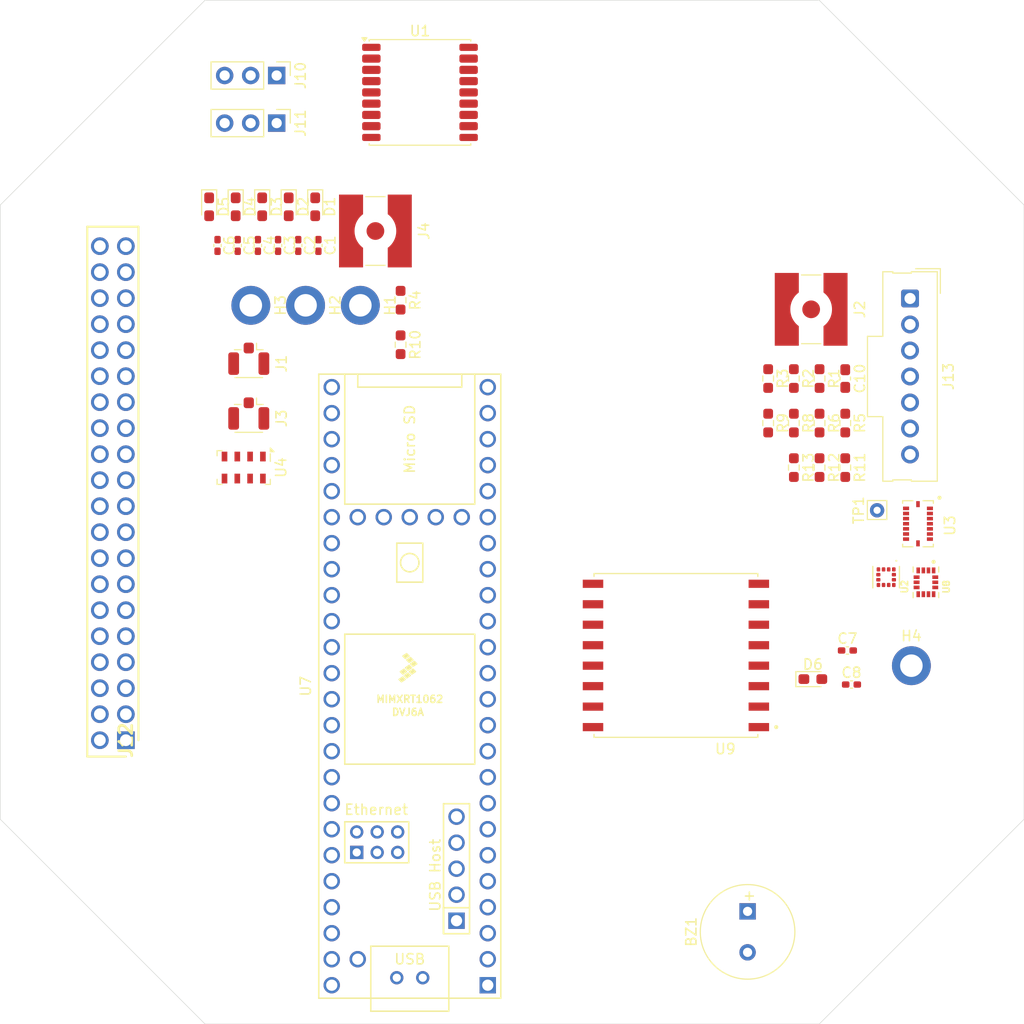
<source format=kicad_pcb>
(kicad_pcb (version 20240108) (generator "pcbnew") (generator_version "8.0")
  (layers (0 "F.Cu" signal) (31 "B.Cu" signal) (34 "B.Paste" user) (35 "F.Paste" user) (36 "B.SilkS" user "B.Silkscreen") (37 "F.SilkS" user "F.Silkscreen") (38 "B.Mask" user) (39 "F.Mask" user) (44 "Edge.Cuts" user))
  (net 0 "")
  (net 1 "/buzz_pwm")
  (net 2 "GND")
  (net 3 "/teensy_3.3v")
  (net 4 "Net-(U2-C1)")
  (net 5 "/ldo_5v")
  (net 6 "Net-(D1-A)")
  (net 7 "Net-(D2-A)")
  (net 8 "Net-(D3-A)")
  (net 9 "/LED2")
  (net 10 "/FREE12")
  (net 11 "/SENSE_miso")
  (net 12 "/FREE1")
  (net 13 "/radio_sck")
  (net 14 "/radio_dio2")
  (net 15 "/imu_accel_int1")
  (net 16 "/LED3")
  (net 17 "/radio_miso")
  (net 18 "/FREE5")
  (net 19 "/FREE11")
  (net 20 "/radio_cs")
  (net 21 "/FREE2")
  (net 22 "/SENSE_mosi")
  (net 23 "/radio_dio5")
  (net 24 "/radio_reset")
  (net 25 "/radio_mosi")
  (net 26 "/baro_cs")
  (net 27 "/LED1")
  (net 28 "/imu_gyro_int1")
  (net 29 "/radio_dio1")
  (net 30 "/radio_dio0")
  (net 31 "/servo1_pwm")
  (net 32 "/FREE6")
  (net 33 "/FREE8")
  (net 34 "/GPS_sda")
  (net 35 "/imu_gyro_cs")
  (net 36 "/PYRO1")
  (net 37 "/GPS_scl")
  (net 38 "/FREE10")
  (net 39 "/mag_cs")
  (net 40 "/SENSE_sck")
  (net 41 "/GPS_reset")
  (net 42 "/radio_dio3")
  (net 43 "/PYRO2")
  (net 44 "/radio_dio4")
  (net 45 "/FREE9")
  (net 46 "/GPS_int")
  (net 47 "/FREE7")
  (net 48 "/servo2_pwm")
  (net 49 "/imu_accel_cs")
  (net 50 "/teensy_onoff")
  (net 67 "Net-(U8-VDDIO)")
  (net 71 "Net-(J1-In)")
  (net 72 "Net-(J3-In)")
  (net 119 "Net-(U8-VDD)")
  (net 120 "Net-(D4-A)")
  (net 121 "Net-(D5-A)")
  (net 123 "Net-(D6-A)")
  (net 125 "/sd_miso")
  (net 126 "/sd_sck")
  (net 127 "/sd_mosi")
  (net 128 "/sd_cs")
  (net 129 "/LED4")
  (net 130 "/LED5")
  (net 131 "/LED6")
  (net 132 "Net-(U7-VUSB)")
  (net 133 "/5V")
  (net 151 "/lsmimu_int")
  (net 152 "/lsmimu_cs")
  (footprint "LED_SMD:LED_0603_1608Metric_Pad1.05x0.95mm_HandSolder" (layer "F.Cu") (at 122.995 80.175 -90)
    (property "Reference" "D4" (at 0 -1.43 90) (layer "F.SilkS"))
    (property "Value" "LED")
    (pad "1" smd roundrect (at -0.875 0 270) (size 1.05 0.95) (layers "F.Cu" "F.Paste" "F.Mask") (net 2 "GND"))
    (pad "2" smd roundrect (at 0.875 0 270) (size 1.05 0.95) (layers "F.Cu" "F.Paste" "F.Mask") (net 120 "Net-(D4-A)"))
  )
  (footprint "Capacitor_SMD:C_0402_1005Metric_Pad0.74x0.62mm_HandSolder" (layer "F.Cu") (at 121.225 83.95 -90)
    (property "Reference" "C6" (at 0 -1.16 90) (layer "F.SilkS"))
    (property "Value" "10uF")
    (pad "1" smd roundrect (at -0.5675 0 270) (size 0.735 0.62) (layers "F.Cu" "F.Paste" "F.Mask") (net 3 "/teensy_3.3v"))
    (pad "2" smd roundrect (at 0.5675 0 270) (size 0.735 0.62) (layers "F.Cu" "F.Paste" "F.Mask") (net 2 "GND"))
  )
  (footprint "Connector_Coaxial:U.FL_Hirose_U.FL-R-SMT-1_Vertical" (layer "F.Cu") (at 124.275 95.02 -90)
    (property "Reference" "J1" (at 0.475 -3.2 90) (layer "F.SilkS"))
    (property "Value" "Conn_Coaxial")
    (pad "1" smd roundrect (at -1.05 0 270) (size 1.05 1) (layers "F.Cu" "F.Paste" "F.Mask") (net 71 "Net-(J1-In)"))
    (pad "2" smd roundrect (at 0.475 -1.475 270) (size 2.2 1.05) (layers "F.Cu" "F.Paste" "F.Mask") (roundrect_rratio 0.2380952381) (net 2 "GND"))
    (pad "2" smd roundrect (at 0.475 1.475 270) (size 2.2 1.05) (layers "F.Cu" "F.Paste" "F.Mask") (roundrect_rratio 0.2380952381) (net 2 "GND"))
  )
  (footprint "Package_LGA:LGA-8_3x5mm_P1.25mm" (layer "F.Cu") (at 123.78 105.645 -90)
    (property "Reference" "U4" (at 0 -3.65 90) (layer "F.SilkS"))
    (property "Value" "MS5607-02BA")
    (pad "1" smd rect (at -1.075 -1.875 270) (size 0.95 0.55) (layers "F.Cu" "F.Paste" "F.Mask") (net 3 "/teensy_3.3v"))
    (pad "2" smd rect (at -1.075 -0.625 270) (size 0.95 0.55) (layers "F.Cu" "F.Paste" "F.Mask") (net 2 "GND"))
    (pad "3" smd rect (at -1.075 0.625 270) (size 0.95 0.55) (layers "F.Cu" "F.Paste" "F.Mask") (net 2 "GND"))
    (pad "4" smd rect (at -1.075 1.875 270) (size 0.95 0.55) (layers "F.Cu" "F.Paste" "F.Mask") (net 26 "/baro_cs"))
    (pad "5" smd rect (at 1.075 1.875 270) (size 0.95 0.55) (layers "F.Cu" "F.Paste" "F.Mask") (net 26 "/baro_cs"))
    (pad "6" smd rect (at 1.075 0.625 270) (size 0.95 0.55) (layers "F.Cu" "F.Paste" "F.Mask") (net 11 "/SENSE_miso"))
    (pad "7" smd rect (at 1.075 -0.625 270) (size 0.95 0.55) (layers "F.Cu" "F.Paste" "F.Mask") (net 22 "/SENSE_mosi"))
    (pad "8" smd rect (at 1.075 -1.875 270) (size 0.95 0.55) (layers "F.Cu" "F.Paste" "F.Mask") (net 40 "/SENSE_sck"))
  )
  (footprint "Capacitor_SMD:C_0402_1005Metric_Pad0.74x0.62mm_HandSolder" (layer "F.Cu") (at 129.105 83.95 -90)
    (property "Reference" "C2" (at 0 -1.16 90) (layer "F.SilkS"))
    (property "Value" "220nF")
    (pad "1" smd roundrect (at -0.5675 0 270) (size 0.735 0.62) (layers "F.Cu" "F.Paste" "F.Mask") (net 4 "Net-(U2-C1)"))
    (pad "2" smd roundrect (at 0.5675 0 270) (size 0.735 0.62) (layers "F.Cu" "F.Paste" "F.Mask") (net 2 "GND"))
  )
  (footprint "Connector_Coaxial:SMA_Amphenol_132134-10_Vertical" (layer "F.Cu") (at 179.21 90.19 -90)
    (property "Reference" "J2" (at 0 -4.75 90) (layer "F.SilkS"))
    (property "Value" "Conn_Coaxial")
    (pad "1" smd circle (at 0 0) (size 1.73 1.73) (layers "F.Cu" "F.Paste" "F.Mask") (net 71 "Net-(J1-In)"))
    (pad "2" smd custom (at 0 -2.8 90) (size 7.11 1.51) (layers "F.Cu" "F.Paste" "F.Mask") (net 2 "GND") (options (clearance outline) (anchor rect)) (primitives (gr_poly (pts (xy -1.5 -1.42) (xy -1.36 -1.28) (xy -1.205 -1.155) (xy -1.035 -1.045) (xy -0.86 -0.95) (xy -0.675 -0.875) (xy -0.48 -0.82) (xy -0.28 -0.78) (xy -0.085 -0.765) (xy 0 -0.765) (xy 0 0.755) (xy -3.555 0.755) (xy -3.555 -1.595) (xy -1.645 -1.595)) (width 0) (fill yes)) (gr_poly (pts (xy 3.555 0.755) (xy 0 0.755) (xy 0 -0.765) (xy 0.085 -0.765) (xy 0.28 -0.78) (xy 0.48 -0.82) (xy 0.675 -0.875) (xy 0.86 -0.95) (xy 1.035 -1.045) (xy 1.205 -1.155) (xy 1.36 -1.28) (xy 1.5 -1.42) (xy 1.645 -1.595) (xy 3.555 -1.595)) (width 0) (fill yes))))
    (pad "2" smd custom (at 0 2.8 270) (size 7.11 1.51) (layers "F.Cu" "F.Paste" "F.Mask") (net 2 "GND") (options (clearance outline) (anchor rect)) (primitives (gr_poly (pts (xy -1.5 -1.42) (xy -1.36 -1.28) (xy -1.205 -1.155) (xy -1.035 -1.045) (xy -0.86 -0.95) (xy -0.675 -0.875) (xy -0.48 -0.82) (xy -0.28 -0.78) (xy -0.085 -0.765) (xy 0 -0.765) (xy 0 0.755) (xy -3.555 0.755) (xy -3.555 -1.595) (xy -1.645 -1.595)) (width 0) (fill yes)) (gr_poly (pts (xy 3.555 0.755) (xy 0 0.755) (xy 0 -0.765) (xy 0.085 -0.765) (xy 0.28 -0.78) (xy 0.48 -0.82) (xy 0.675 -0.875) (xy 0.86 -0.95) (xy 1.035 -1.045) (xy 1.205 -1.155) (xy 1.36 -1.28) (xy 1.5 -1.42) (xy 1.645 -1.595) (xy 3.555 -1.595)) (width 0) (fill yes))))
  )
  (footprint "MountingHole:MountingHole_2.2mm_M2_DIN965_Pad" (layer "F.Cu") (at 129.825 89.8 -90)
    (property "Reference" "H2" (at 0 -2.9 90) (layer "F.SilkS"))
    (property "Value" "MountingHole_Pad")
    (pad "1" thru_hole circle (at 0 0 270) (size 3.8 3.8) (drill 2.2) (layers "*.Cu" "*.Mask") (net 2 "GND"))
  )
  (footprint "HPRfootprints:Teensy41" (layer "F.Cu") (at 140 127 90)
    (property "Reference" "U7" (at 0 -10.16 90) (layer "F.SilkS"))
    (property "Value" "Teensy4.1")
    (fp_text user "DVJ6A" (at -2.54 -0.18 360) (layer "F.SilkS") (effects (font (size 0.7 0.7))))
    (fp_text user "MIMXRT1062" (at -1.27 0 360) (layer "F.SilkS") (effects (font (size 0.7 0.7))))
    (fp_text user "Ethernet" (at -12.065 -3.2766 360) (layer "F.SilkS"))
    (fp_text user "USB Host" (at -18.4658 2.4892 90) (layer "F.SilkS"))
    (fp_text user "USB" (at -26.67 0 360) (layer "F.SilkS"))
    (fp_text user "Micro SD" (at 24.13 0 90) (layer "F.SilkS"))
    (pad "1" thru_hole rect (at -29.21 7.62 90) (size 1.6 1.6) (drill 1.1) (layers "*.Cu" "*.Mask") (net 2 "GND"))
    (pad "2" thru_hole circle (at -26.67 7.62 90) (size 1.6 1.6) (drill 1.1) (layers "*.Cu" "*.Mask"))
    (pad "3" thru_hole circle (at -24.13 7.62 90) (size 1.6 1.6) (drill 1.1) (layers "*.Cu" "*.Mask"))
    (pad "4" thru_hole circle (at -21.59 7.62 90) (size 1.6 1.6) (drill 1.1) (layers "*.Cu" "*.Mask") (net 16 "/LED3"))
    (pad "5" thru_hole circle (at -19.05 7.62 90) (size 1.6 1.6) (drill 1.1) (layers "*.Cu" "*.Mask") (net 9 "/LED2"))
    (pad "6" thru_hole circle (at -16.51 7.62 90) (size 1.6 1.6) (drill 1.1) (layers "*.Cu" "*.Mask") (net 27 "/LED1"))
    (pad "7" thru_hole circle (at -13.97 7.62 90) (size 1.6 1.6) (drill 1.1) (layers "*.Cu" "*.Mask") (net 19 "/FREE11"))
    (pad "8" thru_hole circle (at -11.43 7.62 90) (size 1.6 1.6) (drill 1.1) (layers "*.Cu" "*.Mask") (net 10 "/FREE12"))
    (pad "9" thru_hole circle (at -8.89 7.62 90) (size 1.6 1.6) (drill 1.1) (layers "*.Cu" "*.Mask") (net 18 "/FREE5"))
    (pad "10" thru_hole circle (at -6.35 7.62 90) (size 1.6 1.6) (drill 1.1) (layers "*.Cu" "*.Mask") (net 12 "/FREE1"))
    (pad "11" thru_hole circle (at -3.81 7.62 90) (size 1.6 1.6) (drill 1.1) (layers "*.Cu" "*.Mask") (net 21 "/FREE2"))
    (pad "12" thru_hole circle (at -1.27 7.62 90) (size 1.6 1.6) (drill 1.1) (layers "*.Cu" "*.Mask") (net 26 "/baro_cs"))
    (pad "13" thru_hole circle (at 1.27 7.62 90) (size 1.6 1.6) (drill 1.1) (layers "*.Cu" "*.Mask") (net 22 "/SENSE_mosi"))
    (pad "14" thru_hole circle (at 3.81 7.62 90) (size 1.6 1.6) (drill 1.1) (layers "*.Cu" "*.Mask") (net 11 "/SENSE_miso"))
    (pad "15" thru_hole circle (at 6.35 7.62 90) (size 1.6 1.6) (drill 1.1) (layers "*.Cu" "*.Mask") (net 3 "/teensy_3.3v"))
    (pad "16" thru_hole circle (at 8.89 7.62 90) (size 1.6 1.6) (drill 1.1) (layers "*.Cu" "*.Mask") (net 15 "/imu_accel_int1"))
    (pad "17" thru_hole circle (at 11.43 7.62 90) (size 1.6 1.6) (drill 1.1) (layers "*.Cu" "*.Mask") (net 28 "/imu_gyro_int1"))
    (pad "18" thru_hole circle (at 13.97 7.62 90) (size 1.6 1.6) (drill 1.1) (layers "*.Cu" "*.Mask"))
    (pad "19" thru_hole circle (at 16.51 7.62 90) (size 1.6 1.6) (drill 1.1) (layers "*.Cu" "*.Mask"))
    (pad "20" thru_hole circle (at 19.05 7.62 90) (size 1.6 1.6) (drill 1.1) (layers "*.Cu" "*.Mask"))
    (pad "21" thru_hole circle (at 21.59 7.62 90) (size 1.6 1.6) (drill 1.1) (layers "*.Cu" "*.Mask"))
    (pad "22" thru_hole circle (at 24.13 7.62 90) (size 1.6 1.6) (drill 1.1) (layers "*.Cu" "*.Mask"))
    (pad "23" thru_hole circle (at 26.67 7.62 90) (size 1.6 1.6) (drill 1.1) (layers "*.Cu" "*.Mask"))
    (pad "24" thru_hole circle (at 29.21 7.62 90) (size 1.6 1.6) (drill 1.1) (layers "*.Cu" "*.Mask"))
    (pad "25" thru_hole circle (at 29.21 -7.62 90) (size 1.6 1.6) (drill 1.1) (layers "*.Cu" "*.Mask"))
    (pad "26" thru_hole circle (at 26.67 -7.62 90) (size 1.6 1.6) (drill 1.1) (layers "*.Cu" "*.Mask") (net 42 "/radio_dio3"))
    (pad "27" thru_hole circle (at 24.13 -7.62 90) (size 1.6 1.6) (drill 1.1) (layers "*.Cu" "*.Mask") (net 44 "/radio_dio4"))
    (pad "28" thru_hole circle (at 21.59 -7.62 90) (size 1.6 1.6) (drill 1.1) (layers "*.Cu" "*.Mask") (net 35 "/imu_gyro_cs"))
    (pad "29" thru_hole circle (at 19.05 -7.62 90) (size 1.6 1.6) (drill 1.1) (layers "*.Cu" "*.Mask") (net 49 "/imu_accel_cs"))
    (pad "30" thru_hole circle (at 16.51 -7.62 90) (size 1.6 1.6) (drill 1.1) (layers "*.Cu" "*.Mask") (net 39 "/mag_cs"))
    (pad "31" thru_hole circle (at 13.97 -7.62 90) (size 1.6 1.6) (drill 1.1) (layers "*.Cu" "*.Mask") (net 32 "/FREE6"))
    (pad "32" thru_hole circle (at 11.43 -7.62 90) (size 1.6 1.6) (drill 1.1) (layers "*.Cu" "*.Mask") (net 36 "/PYRO1"))
    (pad "33" thru_hole circle (at 8.89 -7.62 90) (size 1.6 1.6) (drill 1.1) (layers "*.Cu" "*.Mask") (net 43 "/PYRO2"))
    (pad "34" thru_hole circle (at 6.35 -7.62 90) (size 1.6 1.6) (drill 1.1) (layers "*.Cu" "*.Mask") (net 2 "GND"))
    (pad "35" thru_hole circle (at 3.81 -7.62 90) (size 1.6 1.6) (drill 1.1) (layers "*.Cu" "*.Mask") (net 40 "/SENSE_sck"))
    (pad "36" thru_hole circle (at 1.27 -7.62 90) (size 1.6 1.6) (drill 1.1) (layers "*.Cu" "*.Mask") (net 48 "/servo2_pwm"))
    (pad "37" thru_hole circle (at -1.27 -7.62 90) (size 1.6 1.6) (drill 1.1) (layers "*.Cu" "*.Mask") (net 31 "/servo1_pwm"))
    (pad "38" thru_hole circle (at -3.81 -7.62 90) (size 1.6 1.6) (drill 1.1) (layers "*.Cu" "*.Mask") (net 38 "/FREE10"))
    (pad "39" thru_hole circle (at -6.35 -7.62 90) (size 1.6 1.6) (drill 1.1) (layers "*.Cu" "*.Mask") (net 45 "/FREE9"))
    (pad "40" thru_hole circle (at -8.89 -7.62 90) (size 1.6 1.6) (drill 1.1) (layers "*.Cu" "*.Mask"))
    (pad "41" thru_hole circle (at -11.43 -7.62 90) (size 1.6 1.6) (drill 1.1) (layers "*.Cu" "*.Mask"))
    (pad "42" thru_hole circle (at -13.97 -7.62 90) (size 1.6 1.6) (drill 1.1) (layers "*.Cu" "*.Mask"))
    (pad "43" thru_hole circle (at -16.51 -7.62 90) (size 1.6 1.6) (drill 1.1) (layers "*.Cu" "*.Mask"))
    (pad "44" thru_hole circle (at -19.05 -7.62 90) (size 1.6 1.6) (drill 1.1) (layers "*.Cu" "*.Mask") (net 33 "/FREE8"))
    (pad "45" thru_hole circle (at -21.59 -7.62 90) (size 1.6 1.6) (drill 1.1) (layers "*.Cu" "*.Mask") (net 47 "/FREE7"))
    (pad "46" thru_hole circle (at -24.13 -7.62 90) (size 1.6 1.6) (drill 1.1) (layers "*.Cu" "*.Mask") (net 3 "/teensy_3.3v"))
    (pad "47" thru_hole circle (at -26.67 -7.62 90) (size 1.6 1.6) (drill 1.1) (layers "*.Cu" "*.Mask") (net 2 "GND"))
    (pad "48" thru_hole circle (at -29.21 -7.62 90) (size 1.6 1.6) (drill 1.1) (layers "*.Cu" "*.Mask") (net 133 "/5V"))
    (pad "49" thru_hole circle (at -26.67 -5.08 90) (size 1.6 1.6) (drill 1.1) (layers "*.Cu" "*.Mask") (net 132 "Net-(U7-VUSB)"))
    (pad "50" thru_hole circle (at 16.51 5.08 90) (size 1.6 1.6) (drill 1.1) (layers "*.Cu" "*.Mask"))
    (pad "51" thru_hole circle (at 16.51 2.54 90) (size 1.6 1.6) (drill 1.1) (layers "*.Cu" "*.Mask") (net 3 "/teensy_3.3v"))
    (pad "52" thru_hole circle (at 16.51 0 90) (size 1.6 1.6) (drill 1.1) (layers "*.Cu" "*.Mask") (net 2 "GND"))
    (pad "53" thru_hole circle (at 16.51 -2.54 90) (size 1.6 1.6) (drill 1.1) (layers "*.Cu" "*.Mask"))
    (pad "54" thru_hole circle (at 16.51 -5.08 90) (size 1.6 1.6) (drill 1.1) (layers "*.Cu" "*.Mask") (net 50 "/teensy_onoff"))
    (pad "55" thru_hole rect (at -22.9108 4.5692 90) (size 1.6 1.6) (drill 1.1) (layers "*.Cu" "*.Mask"))
    (pad "56" thru_hole circle (at -20.3708 4.5692 90) (size 1.6 1.6) (drill 1.1) (layers "*.Cu" "*.Mask"))
    (pad "57" thru_hole circle (at -17.8308 4.5692 90) (size 1.6 1.6) (drill 1.1) (layers "*.Cu" "*.Mask"))
    (pad "58" thru_hole circle (at -15.2908 4.5692 90) (size 1.6 1.6) (drill 1.1) (layers "*.Cu" "*.Mask"))
    (pad "59" thru_hole circle (at -12.7508 4.5692 90) (size 1.6 1.6) (drill 1.1) (layers "*.Cu" "*.Mask"))
    (pad "60" thru_hole rect (at -16.24 -5.1816 90) (size 1.3 1.3) (drill 0.8) (layers "*.Cu" "*.Mask"))
    (pad "61" thru_hole circle (at -16.24 -3.1816 90) (size 1.3 1.3) (drill 0.8) (layers "*.Cu" "*.Mask"))
    (pad "62" thru_hole circle (at -16.24 -1.1816 90) (size 1.3 1.3) (drill 0.8) (layers "*.Cu" "*.Mask"))
    (pad "63" thru_hole circle (at -14.24 -1.1816 90) (size 1.3 1.3) (drill 0.8) (layers "*.Cu" "*.Mask"))
    (pad "64" thru_hole circle (at -14.24 -3.1816 90) (size 1.3 1.3) (drill 0.8) (layers "*.Cu" "*.Mask"))
    (pad "65" thru_hole circle (at -14.24 -5.1816 90) (size 1.3 1.3) (drill 0.8) (layers "*.Cu" "*.Mask"))
    (pad "66" thru_hole circle (at -28.48 -1.27 90) (size 1.3 1.3) (drill 0.8) (layers "*.Cu" "*.Mask"))
    (pad "67" thru_hole circle (at -28.48 1.27 90) (size 1.3 1.3) (drill 0.8) (layers "*.Cu" "*.Mask"))
  )
  (footprint "MountingHole:MountingHole_2.2mm_M2_DIN965_Pad" (layer "F.Cu") (at 135.175 89.8 -90)
    (property "Reference" "H1" (at 0 -2.9 90) (layer "F.SilkS"))
    (property "Value" "MountingHole_Pad")
    (pad "1" thru_hole circle (at 0 0 270) (size 3.8 3.8) (drill 2.2) (layers "*.Cu" "*.Mask") (net 2 "GND"))
  )
  (footprint "Resistor_SMD:R_0603_1608Metric_Pad0.98x0.95mm_HandSolder" (layer "F.Cu") (at 139.105 89.3 -90)
    (property "Reference" "R4" (at 0 -1.43 90) (layer "F.SilkS"))
    (property "Value" "0")
    (pad "1" smd roundrect (at -0.9125 0 270) (size 0.975 0.95) (layers "F.Cu" "F.Paste" "F.Mask") (net 25 "/radio_mosi"))
    (pad "2" smd roundrect (at 0.9125 0 270) (size 0.975 0.95) (layers "F.Cu" "F.Paste" "F.Mask") (net 127 "/sd_mosi"))
  )
  (footprint "MountingHole:MountingHole_2.2mm_M2_DIN965_Pad" (layer "F.Cu") (at 189 125)
    (property "Reference" "H4" (at 0 -2.9 0) (layer "F.SilkS"))
    (property "Value" "MountingHole_Pad")
    (pad "1" thru_hole circle (at 0 0) (size 3.8 3.8) (drill 2.2) (layers "*.Cu" "*.Mask") (net 2 "GND"))
  )
  (footprint "HPRfootprints:RHDR40W66P254_2X20_5146X500X1105P" (layer "F.Cu") (at 112.27 132.28 90)
    (property "Reference" "J12" (at 0 0 90) (layer "F.SilkS") (effects (font (size 1.27 1.27) (thickness 0.254))))
    (property "Value" "M20-6102045" (hide yes))
    (pad "1" thru_hole rect (at 0 0 90) (size 1.725 1.725) (drill 1.15) (layers "*.Cu" "*.Mask"))
    (pad "2" thru_hole circle (at 0 -2.54 90) (size 1.725 1.725) (drill 1.15) (layers "*.Cu" "*.Mask"))
    (pad "3" thru_hole circle (at 2.54 0 90) (size 1.725 1.725) (drill 1.15) (layers "*.Cu" "*.Mask"))
    (pad "4" thru_hole circle (at 2.54 -2.54 90) (size 1.725 1.725) (drill 1.15) (layers "*.Cu" "*.Mask"))
    (pad "5" thru_hole circle (at 5.08 0 90) (size 1.725 1.725) (drill 1.15) (layers "*.Cu" "*.Mask"))
    (pad "6" thru_hole circle (at 5.08 -2.54 90) (size 1.725 1.725) (drill 1.15) (layers "*.Cu" "*.Mask"))
    (pad "7" thru_hole circle (at 7.62 0 90) (size 1.725 1.725) (drill 1.15) (layers "*.Cu" "*.Mask"))
    (pad "8" thru_hole circle (at 7.62 -2.54 90) (size 1.725 1.725) (drill 1.15) (layers "*.Cu" "*.Mask"))
    (pad "9" thru_hole circle (at 10.16 0 90) (size 1.725 1.725) (drill 1.15) (layers "*.Cu" "*.Mask"))
    (pad "10" thru_hole circle (at 10.16 -2.54 90) (size 1.725 1.725) (drill 1.15) (layers "*.Cu" "*.Mask"))
    (pad "11" thru_hole circle (at 12.7 0 90) (size 1.725 1.725) (drill 1.15) (layers "*.Cu" "*.Mask"))
    (pad "12" thru_hole circle (at 12.7 -2.54 90) (size 1.725 1.725) (drill 1.15) (layers "*.Cu" "*.Mask"))
    (pad "13" thru_hole circle (at 15.24 0 90) (size 1.725 1.725) (drill 1.15) (layers "*.Cu" "*.Mask"))
    (pad "14" thru_hole circle (at 15.24 -2.54 90) (size 1.725 1.725) (drill 1.15) (layers "*.Cu" "*.Mask"))
    (pad "15" thru_hole circle (at 17.78 0 90) (size 1.725 1.725) (drill 1.15) (layers "*.Cu" "*.Mask"))
    (pad "16" thru_hole circle (at 17.78 -2.54 90) (size 1.725 1.725) (drill 1.15) (layers "*.Cu" "*.Mask"))
    (pad "17" thru_hole circle (at 20.32 0 90) (size 1.725 1.725) (drill 1.15) (layers "*.Cu" "*.Mask"))
    (pad "18" thru_hole circle (at 20.32 -2.54 90) (size 1.725 1.725) (drill 1.15) (layers "*.Cu" "*.Mask"))
    (pad "19" thru_hole circle (at 22.86 0 90) (size 1.725 1.725) (drill 1.15) (layers "*.Cu" "*.Mask"))
    (pad "20" thru_hole circle (at 22.86 -2.54 90) (size 1.725 1.725) (drill 1.15) (layers "*.Cu" "*.Mask"))
    (pad "21" thru_hole circle (at 25.4 0 90) (size 1.725 1.725) (drill 1.15) (layers "*.Cu" "*.Mask"))
    (pad "22" thru_hole circle (at 25.4 -2.54 90) (size 1.725 1.725) (drill 1.15) (layers "*.Cu" "*.Mask"))
    (pad "23" thru_hole circle (at 27.94 0 90) (size 1.725 1.725) (drill 1.15) (layers "*.Cu" "*.Mask"))
    (pad "24" thru_hole circle (at 27.94 -2.54 90) (size 1.725 1.725) (drill 1.15) (layers "*.Cu" "*.Mask"))
    (pad "25" thru_hole circle (at 30.48 0 90) (size 1.725 1.725) (drill 1.15) (layers "*.Cu" "*.Mask"))
    (pad "26" thru_hole circle (at 30.48 -2.54 90) (size 1.725 1.725) (drill 1.15) (layers "*.Cu" "*.Mask"))
    (pad "27" thru_hole circle (at 33.02 0 90) (size 1.725 1.725) (drill 1.15) (layers "*.Cu" "*.Mask"))
    (pad "28" thru_hole circle (at 33.02 -2.54 90) (size 1.725 1.725) (drill 1.15) (layers "*.Cu" "*.Mask"))
    (pad "29" thru_hole circle (at 35.56 0 90) (size 1.725 1.725) (drill 1.15) (layers "*.Cu" "*.Mask"))
    (pad "30" thru_hole circle (at 35.56 -2.54 90) (size 1.725 1.725) (drill 1.15) (layers "*.Cu" "*.Mask"))
    (pad "31" thru_hole circle (at 38.1 0 90) (size 1.725 1.725) (drill 1.15) (layers "*.Cu" "*.Mask"))
    (pad "32" thru_hole circle (at 38.1 -2.54 90) (size 1.725 1.725) (drill 1.15) (layers "*.Cu" "*.Mask"))
    (pad "33" thru_hole circle (at 40.64 0 90) (size 1.725 1.725) (drill 1.15) (layers "*.Cu" "*.Mask"))
    (pad "34" thru_hole circle (at 40.64 -2.54 90) (size 1.725 1.725) (drill 1.15) (layers "*.Cu" "*.Mask"))
    (pad "35" thru_hole circle (at 43.18 0 90) (size 1.725 1.725) (drill 1.15) (layers "*.Cu" "*.Mask"))
    (pad "36" thru_hole circle (at 43.18 -2.54 90) (size 1.725 1.725) (drill 1.15) (layers "*.Cu" "*.Mask"))
    (pad "37" thru_hole circle (at 45.72 0 90) (size 1.725 1.725) (drill 1.15) (layers "*.Cu" "*.Mask"))
    (pad "38" thru_hole circle (at 45.72 -2.54 90) (size 1.725 1.725) (drill 1.15) (layers "*.Cu" "*.Mask"))
    (pad "39" thru_hole circle (at 48.26 0 90) (size 1.725 1.725) (drill 1.15) (layers "*.Cu" "*.Mask"))
    (pad "40" thru_hole circle (at 48.26 -2.54 90) (size 1.725 1.725) (drill 1.15) (layers "*.Cu" "*.Mask"))
  )
  (footprint "Resistor_SMD:R_0603_1608Metric_Pad0.98x0.95mm_HandSolder" (layer "F.Cu") (at 180.03 96.95 -90)
    (property "Reference" "R1" (at 0 -1.43 90) (layer "F.SilkS"))
    (property "Value" "4.7k")
    (pad "1" smd roundrect (at -0.9125 0 270) (size 0.975 0.95) (layers "F.Cu" "F.Paste" "F.Mask") (net 3 "/teensy_3.3v"))
    (pad "2" smd roundrect (at 0.9125 0 270) (size 0.975 0.95) (layers "F.Cu" "F.Paste" "F.Mask") (net 37 "/GPS_scl"))
  )
  (footprint "Resistor_SMD:R_0603_1608Metric_Pad0.98x0.95mm_HandSolder" (layer "F.Cu") (at 180.03 105.65 -90)
    (property "Reference" "R12" (at 0 -1.43 90) (layer "F.SilkS"))
    (property "Value" "500")
    (pad "1" smd roundrect (at -0.9125 0 270) (size 0.975 0.95) (layers "F.Cu" "F.Paste" "F.Mask") (net 130 "/LED5"))
    (pad "2" smd roundrect (at 0.9125 0 270) (size 0.975 0.95) (layers "F.Cu" "F.Paste" "F.Mask") (net 121 "Net-(D5-A)"))
  )
  (footprint "Connector_Pin:Pin_D0.7mm_L6.5mm_W1.8mm_FlatFork" (layer "F.Cu") (at 185.65 109.82 -90)
    (property "Reference" "TP1" (at 0 1.8 90) (layer "F.SilkS"))
    (property "Value" "TestPoint")
    (pad "1" thru_hole circle (at 0 0 270) (size 1.4 1.4) (drill 0.7) (layers "*.Cu" "*.Mask") (net 132 "Net-(U7-VUSB)"))
  )
  (footprint "LED_SMD:LED_0603_1608Metric_Pad1.05x0.95mm_HandSolder" (layer "F.Cu") (at 128.175 80.175 -90)
    (property "Reference" "D2" (at 0 -1.43 90) (layer "F.SilkS"))
    (property "Value" "LED")
    (pad "1" smd roundrect (at -0.875 0 270) (size 1.05 0.95) (layers "F.Cu" "F.Paste" "F.Mask") (net 2 "GND"))
    (pad "2" smd roundrect (at 0.875 0 270) (size 1.05 0.95) (layers "F.Cu" "F.Paste" "F.Mask") (net 7 "Net-(D2-A)"))
  )
  (footprint "Capacitor_SMD:C_0402_1005Metric_Pad0.74x0.62mm_HandSolder" (layer "F.Cu") (at 183.15 126.84)
    (property "Reference" "C8" (at 0 -1.16 0) (layer "F.SilkS"))
    (property "Value" "100nF")
    (pad "1" smd roundrect (at -0.5675 0) (size 0.735 0.62) (layers "F.Cu" "F.Paste" "F.Mask") (net 119 "Net-(U8-VDD)"))
    (pad "2" smd roundrect (at 0.5675 0) (size 0.735 0.62) (layers "F.Cu" "F.Paste" "F.Mask") (net 2 "GND"))
  )
  (footprint "HPRfootprints:PQFN50P200X200X70-12N" (layer "F.Cu") (at 186.5315 116.355 -90)
    (property "Reference" "U2" (at 0.932 -1.8064 90) (layer "F.SilkS") (effects (font (size 0.64 0.64))))
    (property "Value" "LIS2MDLTR")
    (pad "1" smd roundrect (at -0.76 -0.75 270) (size 0.41 0.35) (layers "F.Cu" "F.Paste" "F.Mask") (net 40 "/SENSE_sck"))
    (pad "2" smd roundrect (at -0.76 -0.25 270) (size 0.41 0.35) (layers "F.Cu" "F.Paste" "F.Mask"))
    (pad "3" smd roundrect (at -0.76 0.25 270) (size 0.41 0.35) (layers "F.Cu" "F.Paste" "F.Mask") (net 39 "/mag_cs"))
    (pad "4" smd roundrect (at -0.76 0.75 270) (size 0.41 0.35) (layers "F.Cu" "F.Paste" "F.Mask") (net 22 "/SENSE_mosi"))
    (pad "5" smd roundrect (at -0.25 0.76 270) (size 0.35 0.41) (layers "F.Cu" "F.Paste" "F.Mask") (net 4 "Net-(U2-C1)"))
    (pad "6" smd roundrect (at 0.25 0.76 270) (size 0.35 0.41) (layers "F.Cu" "F.Paste" "F.Mask") (net 2 "GND"))
    (pad "7" smd roundrect (at 0.76 0.75 270) (size 0.41 0.35) (layers "F.Cu" "F.Paste" "F.Mask") (net 11 "/SENSE_miso"))
    (pad "8" smd roundrect (at 0.76 0.25 270) (size 0.41 0.35) (layers "F.Cu" "F.Paste" "F.Mask") (net 2 "GND"))
    (pad "9" smd roundrect (at 0.76 -0.25 270) (size 0.41 0.35) (layers "F.Cu" "F.Paste" "F.Mask") (net 3 "/teensy_3.3v"))
    (pad "10" smd roundrect (at 0.76 -0.75 270) (size 0.41 0.35) (layers "F.Cu" "F.Paste" "F.Mask") (net 3 "/teensy_3.3v"))
    (pad "11" smd roundrect (at 0.25 -0.76 270) (size 0.35 0.41) (layers "F.Cu" "F.Paste" "F.Mask"))
    (pad "12" smd roundrect (at -0.25 -0.76 270) (size 0.35 0.41) (layers "F.Cu" "F.Paste" "F.Mask"))
  )
  (footprint "Capacitor_SMD:C_0603_1608Metric_Pad1.08x0.95mm_HandSolder" (layer "F.Cu") (at 182.54 96.95 -90)
    (property "Reference" "C10" (at 0 -1.43 90) (layer "F.SilkS"))
    (property "Value" "10uF")
    (pad "1" smd roundrect (at -0.8625 0 270) (size 1.075 0.95) (layers "F.Cu" "F.Paste" "F.Mask") (net 3 "/teensy_3.3v"))
    (pad "2" smd roundrect (at 0.8625 0 270) (size 1.075 0.95) (layers "F.Cu" "F.Paste" "F.Mask") (net 2 "GND"))
  )
  (footprint "LED_SMD:LED_0603_1608Metric_Pad1.05x0.95mm_HandSolder" (layer "F.Cu") (at 130.765 80.175 -90)
    (property "Reference" "D1" (at 0 -1.43 90) (layer "F.SilkS"))
    (property "Value" "LED")
    (pad "1" smd roundrect (at -0.875 0 270) (size 1.05 0.95) (layers "F.Cu" "F.Paste" "F.Mask") (net 2 "GND"))
    (pad "2" smd roundrect (at 0.875 0 270) (size 1.05 0.95) (layers "F.Cu" "F.Paste" "F.Mask") (net 6 "Net-(D1-A)"))
  )
  (footprint "Resistor_SMD:R_0603_1608Metric_Pad0.98x0.95mm_HandSolder" (layer "F.Cu") (at 177.52 96.95 -90)
    (property "Reference" "R2" (at 0 -1.43 90) (layer "F.SilkS"))
    (property "Value" "4.7k")
    (pad "1" smd roundrect (at -0.9125 0 270) (size 0.975 0.95) (layers "F.Cu" "F.Paste" "F.Mask") (net 3 "/teensy_3.3v"))
    (pad "2" smd roundrect (at 0.9125 0 270) (size 0.975 0.95) (layers "F.Cu" "F.Paste" "F.Mask") (net 34 "/GPS_sda"))
  )
  (footprint "Connector_Molex:Molex_SL_171971-0007_1x07_P2.54mm_Vertical" (layer "F.Cu") (at 188.87 89.13 -90)
    (property "Reference" "J13" (at 7.62 -3.75 90) (layer "F.SilkS"))
    (property "Value" "Conn_01x07")
    (pad "1" thru_hole roundrect (at 0 0 270) (size 1.74 1.74) (drill 1.09) (layers "*.Cu" "*.Mask") (roundrect_rratio 0.143678) (net 128 "/sd_cs"))
    (pad "2" thru_hole circle (at 2.54 0 270) (size 1.74 1.74) (drill 1.09) (layers "*.Cu" "*.Mask") (net 127 "/sd_mosi"))
    (pad "3" thru_hole circle (at 5.08 0 270) (size 1.74 1.74) (drill 1.09) (layers "*.Cu" "*.Mask") (net 125 "/sd_miso"))
    (pad "4" thru_hole circle (at 7.62 0 270) (size 1.74 1.74) (drill 1.09) (layers "*.Cu" "*.Mask") (net 126 "/sd_sck"))
    (pad "5" thru_hole circle (at 10.16 0 270) (size 1.74 1.74) (drill 1.09) (layers "*.Cu" "*.Mask") (net 2 "GND"))
    (pad "6" thru_hole circle (at 12.7 0 270) (size 1.74 1.74) (drill 1.09) (layers "*.Cu" "*.Mask") (net 3 "/teensy_3.3v"))
    (pad "7" thru_hole circle (at 15.24 0 270) (size 1.74 1.74) (drill 1.09) (layers "*.Cu" "*.Mask"))
  )
  (footprint "HPRfootprints:PQFN50P450X300X100-16N" (layer "F.Cu") (at 189.645 111.135 -90)
    (property "Reference" "U3" (at 0.178 -3.121 90) (layer "F.SilkS"))
    (property "Value" "BMI088")
    (pad "1" smd rect (at -1.5 -1.165 270) (size 0.35 0.59) (layers "F.Cu" "F.Paste" "F.Mask"))
    (pad "2" smd rect (at -1 -1.165 270) (size 0.35 0.59) (layers "F.Cu" "F.Paste" "F.Mask") (net 2 "GND"))
    (pad "3" smd rect (at -0.5 -1.165 270) (size 0.35 0.59) (layers "F.Cu" "F.Paste" "F.Mask") (net 3 "/teensy_3.3v"))
    (pad "4" smd rect (at 0 -1.165 270) (size 0.35 0.59) (layers "F.Cu" "F.Paste" "F.Mask") (net 2 "GND"))
    (pad "5" smd rect (at 0.5 -1.165 270) (size 0.35 0.59) (layers "F.Cu" "F.Paste" "F.Mask") (net 35 "/imu_gyro_cs"))
    (pad "6" smd rect (at 1 -1.165 270) (size 0.35 0.59) (layers "F.Cu" "F.Paste" "F.Mask") (net 2 "GND"))
    (pad "7" smd rect (at 1.5 -1.165 270) (size 0.35 0.59) (layers "F.Cu" "F.Paste" "F.Mask") (net 2 "GND"))
    (pad "8" smd rect (at 1.915 0 270) (size 0.59 0.35) (layers "F.Cu" "F.Paste" "F.Mask") (net 40 "/SENSE_sck"))
    (pad "9" smd rect (at 1.5 1.165 270) (size 0.35 0.59) (layers "F.Cu" "F.Paste" "F.Mask") (net 22 "/SENSE_mosi"))
    (pad "10" smd rect (at 1 1.165 270) (size 0.35 0.59) (layers "F.Cu" "F.Paste" "F.Mask") (net 11 "/SENSE_miso"))
    (pad "11" smd rect (at 0.5 1.165 270) (size 0.35 0.59) (layers "F.Cu" "F.Paste" "F.Mask") (net 3 "/teensy_3.3v"))
    (pad "12" smd rect (at 0 1.165 270) (size 0.35 0.59) (layers "F.Cu" "F.Paste" "F.Mask") (net 28 "/imu_gyro_int1"))
    (pad "13" smd rect (at -0.5 1.165 270) (size 0.35 0.59) (layers "F.Cu" "F.Paste" "F.Mask"))
    (pad "14" smd rect (at -1 1.165 270) (size 0.35 0.59) (layers "F.Cu" "F.Paste" "F.Mask") (net 49 "/imu_accel_cs"))
    (pad "15" smd rect (at -1.5 1.165 270) (size 0.35 0.59) (layers "F.Cu" "F.Paste" "F.Mask") (net 11 "/SENSE_miso"))
    (pad "16" smd rect (at -1.915 0 270) (size 0.59 0.35) (layers "F.Cu" "F.Paste" "F.Mask") (net 15 "/imu_accel_int1"))
  )
  (footprint "Capacitor_SMD:C_0402_1005Metric_Pad0.74x0.62mm_HandSolder" (layer "F.Cu") (at 182.75 123.515)
    (property "Reference" "C7" (at 0 -1.16 0) (layer "F.SilkS"))
    (property "Value" "100nF")
    (pad "1" smd roundrect (at -0.5675 0) (size 0.735 0.62) (layers "F.Cu" "F.Paste" "F.Mask") (net 67 "Net-(U8-VDDIO)"))
    (pad "2" smd roundrect (at 0.5675 0) (size 0.735 0.62) (layers "F.Cu" "F.Paste" "F.Mask") (net 2 "GND"))
  )
  (footprint "Resistor_SMD:R_0603_1608Metric_Pad0.98x0.95mm_HandSolder" (layer "F.Cu") (at 177.52 101.3 -90)
    (property "Reference" "R8" (at 0 -1.43 90) (layer "F.SilkS"))
    (property "Value" "500")
    (pad "1" smd roundrect (at -0.9125 0 270) (size 0.975 0.95) (layers "F.Cu" "F.Paste" "F.Mask") (net 129 "/LED4"))
    (pad "2" smd roundrect (at 0.9125 0 270) (size 0.975 0.95) (layers "F.Cu" "F.Paste" "F.Mask") (net 120 "Net-(D4-A)"))
  )
  (footprint "Resistor_SMD:R_0603_1608Metric_Pad0.98x0.95mm_HandSolder" (layer "F.Cu") (at 139.105 93.65 -90)
    (property "Reference" "R10" (at 0 -1.43 90) (layer "F.SilkS"))
    (property "Value" "500")
    (pad "1" smd roundrect (at -0.9125 0 270) (size 0.975 0.95) (layers "F.Cu" "F.Paste" "F.Mask") (net 9 "/LED2"))
    (pad "2" smd roundrect (at 0.9125 0 270) (size 0.975 0.95) (layers "F.Cu" "F.Paste" "F.Mask") (net 7 "Net-(D2-A)"))
  )
  (footprint "Resistor_SMD:R_0603_1608Metric_Pad0.98x0.95mm_HandSolder" (layer "F.Cu") (at 182.54 101.3 -90)
    (property "Reference" "R5" (at 0 -1.43 90) (layer "F.SilkS"))
    (property "Value" "0")
    (pad "1" smd roundrect (at -0.9125 0 270) (size 0.975 0.95) (layers "F.Cu" "F.Paste" "F.Mask") (net 17 "/radio_miso"))
    (pad "2" smd roundrect (at 0.9125 0 270) (size 0.975 0.95) (layers "F.Cu" "F.Paste" "F.Mask") (net 125 "/sd_miso"))
  )
  (footprint "Buzzer_Beeper:MagneticBuzzer_PUI_AT-0927-TT-6-R" (layer "F.Cu") (at 173 149 -90)
    (property "Reference" "BZ1" (at 2 5.5 90) (layer "F.SilkS"))
    (property "Value" "Buzzer")
    (fp_text user "+" (at -1.5 -0.1 90) (layer "F.SilkS"))
    (pad "1" thru_hole rect (at 0 0 270) (size 1.6 1.6) (drill 0.9) (layers "*.Cu" "*.Mask") (net 1 "/buzz_pwm"))
    (pad "2" thru_hole circle (at 4 0 270) (size 1.6 1.6) (drill 0.9) (layers "*.Cu" "*.Mask") (net 2 "GND"))
  )
  (footprint "RF_GPS:ublox_MAX" (layer "F.Cu") (at 141 69)
    (property "Reference" "U1" (at 0 -6 0) (layer "F.SilkS"))
    (property "Value" "MAX-M10S")
    (pad "1" smd roundrect (at -4.75 -4.4) (size 1.8 0.7) (layers "F.Cu" "F.Paste" "F.Mask") (net 2 "GND"))
    (pad "2" smd roundrect (at -4.75 -3.3) (size 1.8 0.8) (layers "F.Cu" "F.Paste" "F.Mask"))
    (pad "3" smd roundrect (at -4.75 -2.2) (size 1.8 0.8) (layers "F.Cu" "F.Paste" "F.Mask"))
    (pad "4" smd roundrect (at -4.75 -1.1) (size 1.8 0.8) (layers "F.Cu" "F.Paste" "F.Mask"))
    (pad "5" smd roundrect (at -4.75 0) (size 1.8 0.8) (layers "F.Cu" "F.Paste" "F.Mask") (net 46 "/GPS_int"))
    (pad "6" smd roundrect (at -4.75 1.1) (size 1.8 0.8) (layers "F.Cu" "F.Paste" "F.Mask") (net 3 "/teensy_3.3v"))
    (pad "7" smd roundrect (at -4.75 2.2) (size 1.8 0.8) (layers "F.Cu" "F.Paste" "F.Mask") (net 3 "/teensy_3.3v"))
    (pad "8" smd roundrect (at -4.75 3.3) (size 1.8 0.8) (layers "F.Cu" "F.Paste" "F.Mask") (net 3 "/teensy_3.3v"))
    (pad "9" smd roundrect (at -4.75 4.4) (size 1.8 0.7) (layers "F.Cu" "F.Paste" "F.Mask") (net 41 "/GPS_reset"))
    (pad "10" smd roundrect (at 4.75 4.4) (size 1.8 0.7) (layers "F.Cu" "F.Paste" "F.Mask") (net 2 "GND"))
    (pad "11" smd roundrect (at 4.75 3.3) (size 1.8 0.8) (layers "F.Cu" "F.Paste" "F.Mask") (net 71 "Net-(J1-In)"))
    (pad "12" smd roundrect (at 4.75 2.2) (size 1.8 0.8) (layers "F.Cu" "F.Paste" "F.Mask") (net 2 "GND"))
    (pad "13" smd roundrect (at 4.75 1.1) (size 1.8 0.8) (layers "F.Cu" "F.Paste" "F.Mask"))
    (pad "14" smd roundrect (at 4.75 0) (size 1.8 0.8) (layers "F.Cu" "F.Paste" "F.Mask") (net 3 "/teensy_3.3v"))
    (pad "15" smd roundrect (at 4.75 -1.1) (size 1.8 0.8) (layers "F.Cu" "F.Paste" "F.Mask"))
    (pad "16" smd roundrect (at 4.75 -2.2) (size 1.8 0.8) (layers "F.Cu" "F.Paste" "F.Mask") (net 34 "/GPS_sda"))
    (pad "17" smd roundrect (at 4.75 -3.3) (size 1.8 0.8) (layers "F.Cu" "F.Paste" "F.Mask") (net 37 "/GPS_scl"))
    (pad "18" smd roundrect (at 4.75 -4.4) (size 1.8 0.7) (layers "F.Cu" "F.Paste" "F.Mask"))
  )
  (footprint "Resistor_SMD:R_0603_1608Metric_Pad0.98x0.95mm_HandSolder" (layer "F.Cu") (at 182.54 105.65 -90)
    (property "Reference" "R11" (at 0 -1.43 90) (layer "F.SilkS"))
    (property "Value" "500")
    (pad "1" smd roundrect (at -0.9125 0 270) (size 0.975 0.95) (layers "F.Cu" "F.Paste" "F.Mask") (net 16 "/LED3"))
    (pad "2" smd roundrect (at 0.9125 0 270) (size 0.975 0.95) (layers "F.Cu" "F.Paste" "F.Mask") (net 8 "Net-(D3-A)"))
  )
  (footprint "Connector_Coaxial:U.FL_Hirose_U.FL-R-SMT-1_Vertical" (layer "F.Cu") (at 124.275 100.37 -90)
    (property "Reference" "J3" (at 0.475 -3.2 90) (layer "F.SilkS"))
    (property "Value" "Conn_Coaxial")
    (pad "1" smd roundrect (at -1.05 0 270) (size 1.05 1) (layers "F.Cu" "F.Paste" "F.Mask") (net 72 "Net-(J3-In)"))
    (pad "2" smd roundrect (at 0.475 -1.475 270) (size 2.2 1.05) (layers "F.Cu" "F.Paste" "F.Mask") (roundrect_rratio 0.2380952381) (net 2 "GND"))
    (pad "2" smd roundrect (at 0.475 1.475 270) (size 2.2 1.05) (layers "F.Cu" "F.Paste" "F.Mask") (roundrect_rratio 0.2380952381) (net 2 "GND"))
  )
  (footprint "MountingHole:MountingHole_2.2mm_M2_DIN965_Pad" (layer "F.Cu") (at 124.475 89.8 -90)
    (property "Reference" "H3" (at 0 -2.9 90) (layer "F.SilkS"))
    (property "Value" "MountingHole_Pad")
    (pad "1" thru_hole circle (at 0 0 270) (size 3.8 3.8) (drill 2.2) (layers "*.Cu" "*.Mask") (net 2 "GND"))
  )
  (footprint "Resistor_SMD:R_0603_1608Metric_Pad0.98x0.95mm_HandSolder" (layer "F.Cu") (at 180.03 101.3 -90)
    (property "Reference" "R6" (at 0 -1.43 90) (layer "F.SilkS"))
    (property "Value" "0")
    (pad "1" smd roundrect (at -0.9125 0 270) (size 0.975 0.95) (layers "F.Cu" "F.Paste" "F.Mask") (net 13 "/radio_sck"))
    (pad "2" smd roundrect (at 0.9125 0 270) (size 0.975 0.95) (layers "F.Cu" "F.Paste" "F.Mask") (net 126 "/sd_sck"))
  )
  (footprint "HPRfootprints:MODULE_RFM96W-433S2" (layer "F.Cu") (at 166 124 180)
    (property "Reference" "U9" (at -4.825 -9.135 360) (layer "F.SilkS"))
    (property "Value" "RFM96W-433S2")
    (pad "1" smd rect (at -8.1 -7 180) (size 2 0.8) (layers "F.Cu" "F.Paste" "F.Mask") (net 2 "GND"))
    (pad "2" smd rect (at -8.1 -5 180) (size 2 0.8) (layers "F.Cu" "F.Paste" "F.Mask") (net 25 "/radio_mosi"))
    (pad "3" smd rect (at -8.1 -3 180) (size 2 0.8) (layers "F.Cu" "F.Paste" "F.Mask") (net 17 "/radio_miso"))
    (pad "4" smd rect (at -8.1 -1 180) (size 2 0.8) (layers "F.Cu" "F.Paste" "F.Mask") (net 13 "/radio_sck"))
    (pad "5" smd rect (at -8.1 1 180) (size 2 0.8) (layers "F.Cu" "F.Paste" "F.Mask") (net 20 "/radio_cs"))
    (pad "6" smd rect (at -8.1 3 180) (size 2 0.8) (layers "F.Cu" "F.Paste" "F.Mask") (net 24 "/radio_reset"))
    (pad "7" smd rect (at -8.1 5 180) (size 2 0.8) (layers "F.Cu" "F.Paste" "F.Mask") (net 30 "/radio_dio0"))
    (pad "8" smd rect (at -8.1 7 180) (size 2 0.8) (layers "F.Cu" "F.Paste" "F.Mask") (net 2 "GND"))
    (pad "9" smd rect (at 8.1 7 180) (size 2 0.8) (layers "F.Cu" "F.Paste" "F.Mask") (net 72 "Net-(J3-In)"))
    (pad "10" smd rect (at 8.1 5 180) (size 2 0.8) (layers "F.Cu" "F.Paste" "F.Mask") (net 2 "GND"))
    (pad "11" smd rect (at 8.1 3 180) (size 2 0.8) (layers "F.Cu" "F.Paste" "F.Mask") (net 14 "/radio_dio2"))
    (pad "12" smd rect (at 8.1 1 180) (size 2 0.8) (layers "F.Cu" "F.Paste" "F.Mask") (net 29 "/radio_dio1"))
    (pad "13" smd rect (at 8.1 -1 180) (size 2 0.8) (layers "F.Cu" "F.Paste" "F.Mask") (net 3 "/teensy_3.3v"))
    (pad "14" smd rect (at 8.1 -3 180) (size 2 0.8) (layers "F.Cu" "F.Paste" "F.Mask") (net 23 "/radio_dio5"))
    (pad "15" smd rect (at 8.1 -5 180) (size 2 0.8) (layers "F.Cu" "F.Paste" "F.Mask") (net 44 "/radio_dio4"))
    (pad "16" smd rect (at 8.1 -7 180) (size 2 0.8) (layers "F.Cu" "F.Paste" "F.Mask") (net 42 "/radio_dio3"))
  )
  (footprint "Resistor_SMD:R_0603_1608Metric_Pad0.98x0.95mm_HandSolder" (layer "F.Cu") (at 175.01 96.95 -90)
    (property "Reference" "R3" (at 0 -1.43 90) (layer "F.SilkS"))
    (property "Value" "0")
    (pad "1" smd roundrect (at -0.9125 0 270) (size 0.975 0.95) (layers "F.Cu" "F.Paste" "F.Mask") (net 20 "/radio_cs"))
    (pad "2" smd roundrect (at 0.9125 0 270) (size 0.975 0.95) (layers "F.Cu" "F.Paste" "F.Mask") (net 128 "/sd_cs"))
  )
  (footprint "LED_SMD:LED_0603_1608Metric_Pad1.05x0.95mm_HandSolder" (layer "F.Cu") (at 120.405 80.175 -90)
    (property "Reference" "D5" (at 0 -1.43 90) (layer "F.SilkS"))
    (property "Value" "LED")
    (pad "1" smd roundrect (at -0.875 0 270) (size 1.05 0.95) (layers "F.Cu" "F.Paste" "F.Mask") (net 2 "GND"))
    (pad "2" smd roundrect (at 0.875 0 270) (size 1.05 0.95) (layers "F.Cu" "F.Paste" "F.Mask") (net 121 "Net-(D5-A)"))
  )
  (footprint "HPRfootprints:XDCR_LSM6DSO32TR" (layer "F.Cu") (at 190.42 116.855 -90)
    (property "Reference" "U8" (at 0.4445 -1.9939 90) (layer "F.SilkS") (effects (font (size 0.64 0.64))))
    (property "Value" "LSM6DSO32TR")
    (pad "1" smd rect (at -1.1625 -0.75 270) (size 0.575 0.35) (layers "F.Cu" "F.Paste") (net 11 "/SENSE_miso"))
    (pad "2" smd rect (at -1.1625 -0.25 270) (size 0.575 0.35) (layers "F.Cu" "F.Paste") (net 2 "GND"))
    (pad "3" smd rect (at -1.1625 0.25 270) (size 0.575 0.35) (layers "F.Cu" "F.Paste") (net 2 "GND"))
    (pad "4" smd rect (at -1.1625 0.75 270) (size 0.575 0.35) (layers "F.Cu" "F.Paste"))
    (pad "5" smd rect (at -0.5 0.9125 270) (size 0.35 0.575) (layers "F.Cu" "F.Paste") (net 67 "Net-(U8-VDDIO)"))
    (pad "6" smd rect (at 0 0.9125 270) (size 0.35 0.575) (layers "F.Cu" "F.Paste") (net 2 "GND"))
    (pad "7" smd rect (at 0.5 0.9125 270) (size 0.35 0.575) (layers "F.Cu" "F.Paste") (net 2 "GND"))
    (pad "8" smd rect (at 1.1625 0.75 270) (size 0.575 0.35) (layers "F.Cu" "F.Paste") (net 119 "Net-(U8-VDD)"))
    (pad "9" smd rect (at 1.1625 0.25 270) (size 0.575 0.35) (layers "F.Cu" "F.Paste") (net 151 "/lsmimu_int"))
    (pad "10" smd rect (at 1.1625 -0.25 270) (size 0.575 0.35) (layers "F.Cu" "F.Paste"))
    (pad "11" smd rect (at 1.1625 -0.75 270) (size 0.575 0.35) (layers "F.Cu" "F.Paste"))
    (pad "12" smd rect (at 0.5 -0.9125 270) (size 0.35 0.575) (layers "F.Cu" "F.Paste") (net 152 "/lsmimu_cs"))
    (pad "13" smd rect (at 0 -0.9125 270) (size 0.35 0.575) (layers "F.Cu" "F.Paste") (net 40 "/SENSE_sck"))
    (pad "14" smd rect (at -0.5 -0.9125 270) (size 0.35 0.575) (layers "F.Cu" "F.Paste") (net 22 "/SENSE_mosi"))
  )
  (footprint "Connector_PinHeader_2.54mm:PinHeader_1x03_P2.54mm_Vertical" (layer "F.Cu") (at 127 72 -90)
    (property "Reference" "J11" (at 0 -2.33 90) (layer "F.SilkS"))
    (property "Value" "Conn_01x03")
    (pad "1" thru_hole rect (at 0 0 270) (size 1.7 1.7) (drill 1) (layers "*.Cu" "*.Mask") (net 3 "/teensy_3.3v"))
    (pad "2" thru_hole oval (at 0 2.54 270) (size 1.7 1.7) (drill 1) (layers "*.Cu" "*.Mask") (net 3 "/teensy_3.3v"))
    (pad "3" thru_hole oval (at 0 5.08 270) (size 1.7 1.7) (drill 1) (layers "*.Cu" "*.Mask") (net 3 "/teensy_3.3v"))
  )
  (footprint "Capacitor_SMD:C_0402_1005Metric_Pad0.74x0.62mm_HandSolder" (layer "F.Cu") (at 131.075 83.95 -90)
    (property "Reference" "C1" (at 0 -1.16 90) (layer "F.SilkS"))
    (property "Value" "0.1uF")
    (pad "1" smd roundrect (at -0.5675 0 270) (size 0.735 0.62) (layers "F.Cu" "F.Paste" "F.Mask") (net 3 "/teensy_3.3v"))
    (pad "2" smd roundrect (at 0.5675 0 270) (size 0.735 0.62) (layers "F.Cu" "F.Paste" "F.Mask") (net 2 "GND"))
  )
  (footprint "Resistor_SMD:R_0603_1608Metric_Pad0.98x0.95mm_HandSolder" (layer "F.Cu") (at 175.01 101.3 -90)
    (property "Reference" "R9" (at 0 -1.43 90) (layer "F.SilkS"))
    (property "Value" "500")
    (pad "1" smd roundrect (at -0.9125 0 270) (size 0.975 0.95) (layers "F.Cu" "F.Paste" "F.Mask") (net 27 "/LED1"))
    (pad "2" smd roundrect (at 0.9125 0 270) (size 0.975 0.95) (layers "F.Cu" "F.Paste" "F.Mask") (net 6 "Net-(D1-A)"))
  )
  (footprint "Connector_Coaxial:SMA_Amphenol_132134-10_Vertical" (layer "F.Cu") (at 136.645 82.54 -90)
    (property "Reference" "J4" (at 0 -4.75 90) (layer "F.SilkS"))
    (property "Value" "Conn_Coaxial")
    (pad "1" smd circle (at 0 0) (size 1.73 1.73) (layers "F.Cu" "F.Paste" "F.Mask") (net 72 "Net-(J3-In)"))
    (pad "2" smd custom (at 0 -2.8 90) (size 7.11 1.51) (layers "F.Cu" "F.Paste" "F.Mask") (net 2 "GND") (options (clearance outline) (anchor rect)) (primitives (gr_poly (pts (xy -1.5 -1.42) (xy -1.36 -1.28) (xy -1.205 -1.155) (xy -1.035 -1.045) (xy -0.86 -0.95) (xy -0.675 -0.875) (xy -0.48 -0.82) (xy -0.28 -0.78) (xy -0.085 -0.765) (xy 0 -0.765) (xy 0 0.755) (xy -3.555 0.755) (xy -3.555 -1.595) (xy -1.645 -1.595)) (width 0) (fill yes)) (gr_poly (pts (xy 3.555 0.755) (xy 0 0.755) (xy 0 -0.765) (xy 0.085 -0.765) (xy 0.28 -0.78) (xy 0.48 -0.82) (xy 0.675 -0.875) (xy 0.86 -0.95) (xy 1.035 -1.045) (xy 1.205 -1.155) (xy 1.36 -1.28) (xy 1.5 -1.42) (xy 1.645 -1.595) (xy 3.555 -1.595)) (width 0) (fill yes))))
    (pad "2" smd custom (at 0 2.8 270) (size 7.11 1.51) (layers "F.Cu" "F.Paste" "F.Mask") (net 2 "GND") (options (clearance outline) (anchor rect)) (primitives (gr_poly (pts (xy -1.5 -1.42) (xy -1.36 -1.28) (xy -1.205 -1.155) (xy -1.035 -1.045) (xy -0.86 -0.95) (xy -0.675 -0.875) (xy -0.48 -0.82) (xy -0.28 -0.78) (xy -0.085 -0.765) (xy 0 -0.765) (xy 0 0.755) (xy -3.555 0.755) (xy -3.555 -1.595) (xy -1.645 -1.595)) (width 0) (fill yes)) (gr_poly (pts (xy 3.555 0.755) (xy 0 0.755) (xy 0 -0.765) (xy 0.085 -0.765) (xy 0.28 -0.78) (xy 0.48 -0.82) (xy 0.675 -0.875) (xy 0.86 -0.95) (xy 1.035 -1.045) (xy 1.205 -1.155) (xy 1.36 -1.28) (xy 1.5 -1.42) (xy 1.645 -1.595) (xy 3.555 -1.595)) (width 0) (fill yes))))
  )
  (footprint "Resistor_SMD:R_0603_1608Metric_Pad0.98x0.95mm_HandSolder" (layer "F.Cu") (at 177.52 105.65 -90)
    (property "Reference" "R13" (at 0 -1.43 90) (layer "F.SilkS"))
    (property "Value" "500")
    (pad "1" smd roundrect (at -0.9125 0 270) (size 0.975 0.95) (layers "F.Cu" "F.Paste" "F.Mask") (net 131 "/LED6"))
    (pad "2" smd roundrect (at 0.9125 0 270) (size 0.975 0.95) (layers "F.Cu" "F.Paste" "F.Mask") (net 123 "Net-(D6-A)"))
  )
  (footprint "Connector_PinHeader_2.54mm:PinHeader_1x03_P2.54mm_Vertical" (layer "F.Cu") (at 127 67.35 -90)
    (property "Reference" "J10" (at 0 -2.33 90) (layer "F.SilkS"))
    (property "Value" "Conn_01x03")
    (pad "1" thru_hole rect (at 0 0 270) (size 1.7 1.7) (drill 1) (layers "*.Cu" "*.Mask") (net 5 "/ldo_5v"))
    (pad "2" thru_hole oval (at 0 2.54 270) (size 1.7 1.7) (drill 1) (layers "*.Cu" "*.Mask") (net 5 "/ldo_5v"))
    (pad "3" thru_hole oval (at 0 5.08 270) (size 1.7 1.7) (drill 1) (layers "*.Cu" "*.Mask") (net 5 "/ldo_5v"))
  )
  (footprint "Capacitor_SMD:C_0402_1005Metric_Pad0.74x0.62mm_HandSolder" (layer "F.Cu") (at 125.165 83.95 -90)
    (property "Reference" "C4" (at 0 -1.16 90) (layer "F.SilkS"))
    (property "Value" "100nF")
    (pad "1" smd roundrect (at -0.5675 0 270) (size 0.735 0.62) (layers "F.Cu" "F.Paste" "F.Mask") (net 3 "/teensy_3.3v"))
    (pad "2" smd roundrect (at 0.5675 0 270) (size 0.735 0.62) (layers "F.Cu" "F.Paste" "F.Mask") (net 2 "GND"))
  )
  (footprint "Capacitor_SMD:C_0402_1005Metric_Pad0.74x0.62mm_HandSolder" (layer "F.Cu") (at 123.195 83.95 -90)
    (property "Reference" "C5" (at 0 -1.16 90) (layer "F.SilkS"))
    (property "Value" "0.1uF")
    (pad "1" smd roundrect (at -0.5675 0 270) (size 0.735 0.62) (layers "F.Cu" "F.Paste" "F.Mask") (net 3 "/teensy_3.3v"))
    (pad "2" smd roundrect (at 0.5675 0 270) (size 0.735 0.62) (layers "F.Cu" "F.Paste" "F.Mask") (net 2 "GND"))
  )
  (footprint "LED_SMD:LED_0603_1608Metric_Pad1.05x0.95mm_HandSolder" (layer "F.Cu") (at 179.375 126.31)
    (property "Reference" "D6" (at 0 -1.43 0) (layer "F.SilkS"))
    (property "Value" "LED")
    (pad "1" smd roundrect (at -0.875 0) (size 1.05 0.95) (layers "F.Cu" "F.Paste" "F.Mask") (net 2 "GND"))
    (pad "2" smd roundrect (at 0.875 0) (size 1.05 0.95) (layers "F.Cu" "F.Paste" "F.Mask") (net 123 "Net-(D6-A)"))
  )
  (footprint "LED_SMD:LED_0603_1608Metric_Pad1.05x0.95mm_HandSolder" (layer "F.Cu") (at 125.585 80.175 -90)
    (property "Reference" "D3" (at 0 -1.43 90) (layer "F.SilkS"))
    (property "Value" "LED")
    (pad "1" smd roundrect (at -0.875 0 270) (size 1.05 0.95) (layers "F.Cu" "F.Paste" "F.Mask") (net 2 "GND"))
    (pad "2" smd roundrect (at 0.875 0 270) (size 1.05 0.95) (layers "F.Cu" "F.Paste" "F.Mask") (net 8 "Net-(D3-A)"))
  )
  (footprint "Capacitor_SMD:C_0402_1005Metric_Pad0.74x0.62mm_HandSolder" (layer "F.Cu") (at 127.135 83.95 -90)
    (property "Reference" "C3" (at 0 -1.16 90) (layer "F.SilkS"))
    (property "Value" "0.1uF")
    (pad "1" smd roundrect (at -0.5675 0 270) (size 0.735 0.62) (layers "F.Cu" "F.Paste" "F.Mask") (net 3 "/teensy_3.3v"))
    (pad "2" smd roundrect (at 0.5675 0 270) (size 0.735 0.62) (layers "F.Cu" "F.Paste" "F.Mask") (net 2 "GND"))
  )
  (gr_line (start 200 80) (end 200 140) (stroke (width 0.05)) (layer "Edge.Cuts"))
  (gr_line (start 180 60) (end 200 80) (stroke (width 0.05)) (layer "Edge.Cuts"))
  (gr_line (start 120 60) (end 180 60) (stroke (width 0.05)) (layer "Edge.Cuts"))
  (gr_line (start 100 140) (end 100 80) (stroke (width 0.05)) (layer "Edge.Cuts"))
  (gr_line (start 120 160) (end 100 140) (stroke (width 0.05)) (layer "Edge.Cuts"))
  (gr_line (start 100 80) (end 120 60) (stroke (width 0.05)) (layer "Edge.Cuts"))
  (gr_line (start 180 160) (end 120 160) (stroke (width 0.05)) (layer "Edge.Cuts"))
  (gr_line (start 200 140) (end 180 160) (stroke (width 0.05)) (layer "Edge.Cuts"))
)
</source>
